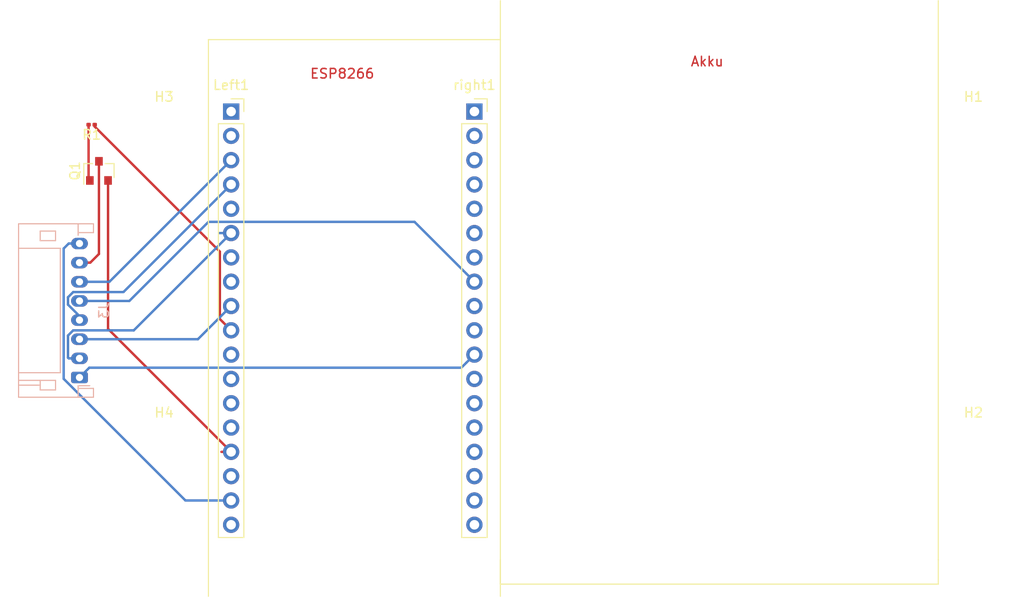
<source format=kicad_pcb>
(kicad_pcb (version 20171130) (host pcbnew "(5.1.5)-3")

  (general
    (thickness 1.6)
    (drawings 13)
    (tracks 47)
    (zones 0)
    (modules 9)
    (nets 39)
  )

  (page A4)
  (layers
    (0 F.Cu signal)
    (31 B.Cu signal)
    (32 B.Adhes user)
    (33 F.Adhes user)
    (34 B.Paste user)
    (35 F.Paste user)
    (36 B.SilkS user)
    (37 F.SilkS user)
    (38 B.Mask user)
    (39 F.Mask user)
    (40 Dwgs.User user)
    (41 Cmts.User user)
    (42 Eco1.User user)
    (43 Eco2.User user)
    (44 Edge.Cuts user)
    (45 Margin user)
    (46 B.CrtYd user)
    (47 F.CrtYd user)
    (48 B.Fab user)
    (49 F.Fab user)
  )

  (setup
    (last_trace_width 0.25)
    (trace_clearance 0.2)
    (zone_clearance 0.508)
    (zone_45_only no)
    (trace_min 0.2)
    (via_size 0.8)
    (via_drill 0.4)
    (via_min_size 0.4)
    (via_min_drill 0.3)
    (uvia_size 0.3)
    (uvia_drill 0.1)
    (uvias_allowed no)
    (uvia_min_size 0.2)
    (uvia_min_drill 0.1)
    (edge_width 0.05)
    (segment_width 0.2)
    (pcb_text_width 0.3)
    (pcb_text_size 1.5 1.5)
    (mod_edge_width 0.12)
    (mod_text_size 1 1)
    (mod_text_width 0.15)
    (pad_size 1.524 1.524)
    (pad_drill 0.762)
    (pad_to_mask_clearance 0.051)
    (solder_mask_min_width 0.25)
    (aux_axis_origin 0 0)
    (grid_origin 127 90.17)
    (visible_elements 7FFFFFFF)
    (pcbplotparams
      (layerselection 0x010fc_ffffffff)
      (usegerberextensions false)
      (usegerberattributes false)
      (usegerberadvancedattributes false)
      (creategerberjobfile false)
      (excludeedgelayer true)
      (linewidth 0.100000)
      (plotframeref false)
      (viasonmask false)
      (mode 1)
      (useauxorigin false)
      (hpglpennumber 1)
      (hpglpenspeed 20)
      (hpglpendiameter 15.000000)
      (psnegative false)
      (psa4output false)
      (plotreference true)
      (plotvalue true)
      (plotinvisibletext false)
      (padsonsilk false)
      (subtractmaskfromsilk false)
      (outputformat 1)
      (mirror false)
      (drillshape 1)
      (scaleselection 1)
      (outputdirectory ""))
  )

  (net 0 "")
  (net 1 "Net-(J3-Pad7)")
  (net 2 "Net-(Q1-Pad1)")
  (net 3 "Net-(J3-Pad1)")
  (net 4 "Net-(J3-Pad2)")
  (net 5 "Net-(J3-Pad3)")
  (net 6 "Net-(J3-Pad4)")
  (net 7 "Net-(J3-Pad5)")
  (net 8 "Net-(J3-Pad6)")
  (net 9 "Net-(J3-Pad8)")
  (net 10 "Net-(Left1-Pad18)")
  (net 11 "Net-(Left1-Pad16)")
  (net 12 "Net-(Left1-Pad15)")
  (net 13 "Net-(Left1-Pad14)")
  (net 14 "Net-(Left1-Pad13)")
  (net 15 "Net-(Left1-Pad12)")
  (net 16 "Net-(Left1-Pad11)")
  (net 17 "Net-(Left1-Pad10)")
  (net 18 "Net-(Left1-Pad8)")
  (net 19 "Net-(Left1-Pad7)")
  (net 20 "Net-(Left1-Pad5)")
  (net 21 "Net-(Left1-Pad2)")
  (net 22 "Net-(Left1-Pad1)")
  (net 23 "Net-(right1-Pad1)")
  (net 24 "Net-(right1-Pad2)")
  (net 25 "Net-(right1-Pad3)")
  (net 26 "Net-(right1-Pad4)")
  (net 27 "Net-(right1-Pad5)")
  (net 28 "Net-(right1-Pad6)")
  (net 29 "Net-(right1-Pad7)")
  (net 30 "Net-(right1-Pad9)")
  (net 31 "Net-(right1-Pad10)")
  (net 32 "Net-(right1-Pad12)")
  (net 33 "Net-(right1-Pad13)")
  (net 34 "Net-(right1-Pad14)")
  (net 35 "Net-(right1-Pad15)")
  (net 36 "Net-(right1-Pad16)")
  (net 37 "Net-(right1-Pad17)")
  (net 38 "Net-(right1-Pad18)")

  (net_class Default "This is the default net class."
    (clearance 0.2)
    (trace_width 0.25)
    (via_dia 0.8)
    (via_drill 0.4)
    (uvia_dia 0.3)
    (uvia_drill 0.1)
    (add_net "Net-(J3-Pad1)")
    (add_net "Net-(J3-Pad2)")
    (add_net "Net-(J3-Pad3)")
    (add_net "Net-(J3-Pad4)")
    (add_net "Net-(J3-Pad5)")
    (add_net "Net-(J3-Pad6)")
    (add_net "Net-(J3-Pad7)")
    (add_net "Net-(J3-Pad8)")
    (add_net "Net-(Left1-Pad1)")
    (add_net "Net-(Left1-Pad10)")
    (add_net "Net-(Left1-Pad11)")
    (add_net "Net-(Left1-Pad12)")
    (add_net "Net-(Left1-Pad13)")
    (add_net "Net-(Left1-Pad14)")
    (add_net "Net-(Left1-Pad15)")
    (add_net "Net-(Left1-Pad16)")
    (add_net "Net-(Left1-Pad18)")
    (add_net "Net-(Left1-Pad2)")
    (add_net "Net-(Left1-Pad5)")
    (add_net "Net-(Left1-Pad7)")
    (add_net "Net-(Left1-Pad8)")
    (add_net "Net-(Q1-Pad1)")
    (add_net "Net-(right1-Pad1)")
    (add_net "Net-(right1-Pad10)")
    (add_net "Net-(right1-Pad12)")
    (add_net "Net-(right1-Pad13)")
    (add_net "Net-(right1-Pad14)")
    (add_net "Net-(right1-Pad15)")
    (add_net "Net-(right1-Pad16)")
    (add_net "Net-(right1-Pad17)")
    (add_net "Net-(right1-Pad18)")
    (add_net "Net-(right1-Pad2)")
    (add_net "Net-(right1-Pad3)")
    (add_net "Net-(right1-Pad4)")
    (add_net "Net-(right1-Pad5)")
    (add_net "Net-(right1-Pad6)")
    (add_net "Net-(right1-Pad7)")
    (add_net "Net-(right1-Pad9)")
  )

  (module MountingHole:MountingHole_3mm (layer F.Cu) (tedit 56D1B4CB) (tstamp 5EA991BC)
    (at 167.5 75)
    (descr "Mounting Hole 3mm, no annular")
    (tags "mounting hole 3mm no annular")
    (path /5EA6E4AB)
    (attr virtual)
    (fp_text reference H1 (at 0 -4) (layer F.SilkS)
      (effects (font (size 1 1) (thickness 0.15)))
    )
    (fp_text value MountingHole (at 0 4) (layer F.Fab)
      (effects (font (size 1 1) (thickness 0.15)))
    )
    (fp_circle (center 0 0) (end 3.25 0) (layer F.CrtYd) (width 0.05))
    (fp_circle (center 0 0) (end 3 0) (layer Cmts.User) (width 0.15))
    (fp_text user %R (at 0.3 0) (layer F.Fab)
      (effects (font (size 1 1) (thickness 0.15)))
    )
    (pad 1 np_thru_hole circle (at 0 0) (size 3 3) (drill 3) (layers *.Cu *.Mask))
  )

  (module MountingHole:MountingHole_3mm (layer F.Cu) (tedit 56D1B4CB) (tstamp 5EA991C4)
    (at 167.5 108)
    (descr "Mounting Hole 3mm, no annular")
    (tags "mounting hole 3mm no annular")
    (path /5EA71128)
    (attr virtual)
    (fp_text reference H2 (at 0 -4) (layer F.SilkS)
      (effects (font (size 1 1) (thickness 0.15)))
    )
    (fp_text value MountingHole (at 0 4) (layer F.Fab)
      (effects (font (size 1 1) (thickness 0.15)))
    )
    (fp_circle (center 0 0) (end 3.25 0) (layer F.CrtYd) (width 0.05))
    (fp_circle (center 0 0) (end 3 0) (layer Cmts.User) (width 0.15))
    (fp_text user %R (at 0.3 0) (layer F.Fab)
      (effects (font (size 1 1) (thickness 0.15)))
    )
    (pad 1 np_thru_hole circle (at 0 0) (size 3 3) (drill 3) (layers *.Cu *.Mask))
  )

  (module MountingHole:MountingHole_3mm (layer F.Cu) (tedit 56D1B4CB) (tstamp 5EA991CC)
    (at 83 75)
    (descr "Mounting Hole 3mm, no annular")
    (tags "mounting hole 3mm no annular")
    (path /5EA71A35)
    (attr virtual)
    (fp_text reference H3 (at 0 -4) (layer F.SilkS)
      (effects (font (size 1 1) (thickness 0.15)))
    )
    (fp_text value MountingHole (at 0 4) (layer F.Fab)
      (effects (font (size 1 1) (thickness 0.15)))
    )
    (fp_text user %R (at 0.3 0) (layer F.Fab)
      (effects (font (size 1 1) (thickness 0.15)))
    )
    (fp_circle (center 0 0) (end 3 0) (layer Cmts.User) (width 0.15))
    (fp_circle (center 0 0) (end 3.25 0) (layer F.CrtYd) (width 0.05))
    (pad 1 np_thru_hole circle (at 0 0) (size 3 3) (drill 3) (layers *.Cu *.Mask))
  )

  (module MountingHole:MountingHole_3mm (layer F.Cu) (tedit 56D1B4CB) (tstamp 5EA991D4)
    (at 83 108)
    (descr "Mounting Hole 3mm, no annular")
    (tags "mounting hole 3mm no annular")
    (path /5EA70896)
    (attr virtual)
    (fp_text reference H4 (at 0 -4) (layer F.SilkS)
      (effects (font (size 1 1) (thickness 0.15)))
    )
    (fp_text value MountingHole (at 0 4) (layer F.Fab)
      (effects (font (size 1 1) (thickness 0.15)))
    )
    (fp_text user %R (at 0.3 0) (layer F.Fab)
      (effects (font (size 1 1) (thickness 0.15)))
    )
    (fp_circle (center 0 0) (end 3 0) (layer Cmts.User) (width 0.15))
    (fp_circle (center 0 0) (end 3.25 0) (layer F.CrtYd) (width 0.05))
    (pad 1 np_thru_hole circle (at 0 0) (size 3 3) (drill 3) (layers *.Cu *.Mask))
  )

  (module Connector_JST:JST_PH_S8B-PH-K_1x08_P2.00mm_Horizontal (layer B.Cu) (tedit 5B7745C6) (tstamp 5EA99209)
    (at 74.168 100.33 90)
    (descr "JST PH series connector, S8B-PH-K (http://www.jst-mfg.com/product/pdf/eng/ePH.pdf), generated with kicad-footprint-generator")
    (tags "connector JST PH top entry")
    (path /5E45F56D)
    (fp_text reference J3 (at 7 2.55 270) (layer B.SilkS)
      (effects (font (size 1 1) (thickness 0.15)) (justify mirror))
    )
    (fp_text value Conn_01x08 (at 7 -7.45 270) (layer B.Fab)
      (effects (font (size 1 1) (thickness 0.15)) (justify mirror))
    )
    (fp_line (start -0.86 -0.14) (end -1.14 -0.14) (layer B.SilkS) (width 0.12))
    (fp_line (start -1.14 -0.14) (end -1.14 1.46) (layer B.SilkS) (width 0.12))
    (fp_line (start -1.14 1.46) (end -2.06 1.46) (layer B.SilkS) (width 0.12))
    (fp_line (start -2.06 1.46) (end -2.06 -6.36) (layer B.SilkS) (width 0.12))
    (fp_line (start -2.06 -6.36) (end 16.06 -6.36) (layer B.SilkS) (width 0.12))
    (fp_line (start 16.06 -6.36) (end 16.06 1.46) (layer B.SilkS) (width 0.12))
    (fp_line (start 16.06 1.46) (end 15.14 1.46) (layer B.SilkS) (width 0.12))
    (fp_line (start 15.14 1.46) (end 15.14 -0.14) (layer B.SilkS) (width 0.12))
    (fp_line (start 15.14 -0.14) (end 14.86 -0.14) (layer B.SilkS) (width 0.12))
    (fp_line (start 0.5 -6.36) (end 0.5 -2) (layer B.SilkS) (width 0.12))
    (fp_line (start 0.5 -2) (end 13.5 -2) (layer B.SilkS) (width 0.12))
    (fp_line (start 13.5 -2) (end 13.5 -6.36) (layer B.SilkS) (width 0.12))
    (fp_line (start -2.06 -0.14) (end -1.14 -0.14) (layer B.SilkS) (width 0.12))
    (fp_line (start 16.06 -0.14) (end 15.14 -0.14) (layer B.SilkS) (width 0.12))
    (fp_line (start -1.3 -2.5) (end -1.3 -4.1) (layer B.SilkS) (width 0.12))
    (fp_line (start -1.3 -4.1) (end -0.3 -4.1) (layer B.SilkS) (width 0.12))
    (fp_line (start -0.3 -4.1) (end -0.3 -2.5) (layer B.SilkS) (width 0.12))
    (fp_line (start -0.3 -2.5) (end -1.3 -2.5) (layer B.SilkS) (width 0.12))
    (fp_line (start 15.3 -2.5) (end 15.3 -4.1) (layer B.SilkS) (width 0.12))
    (fp_line (start 15.3 -4.1) (end 14.3 -4.1) (layer B.SilkS) (width 0.12))
    (fp_line (start 14.3 -4.1) (end 14.3 -2.5) (layer B.SilkS) (width 0.12))
    (fp_line (start 14.3 -2.5) (end 15.3 -2.5) (layer B.SilkS) (width 0.12))
    (fp_line (start -0.3 -4.1) (end -0.3 -6.36) (layer B.SilkS) (width 0.12))
    (fp_line (start -0.8 -4.1) (end -0.8 -6.36) (layer B.SilkS) (width 0.12))
    (fp_line (start -2.45 1.85) (end -2.45 -6.75) (layer B.CrtYd) (width 0.05))
    (fp_line (start -2.45 -6.75) (end 16.45 -6.75) (layer B.CrtYd) (width 0.05))
    (fp_line (start 16.45 -6.75) (end 16.45 1.85) (layer B.CrtYd) (width 0.05))
    (fp_line (start 16.45 1.85) (end -2.45 1.85) (layer B.CrtYd) (width 0.05))
    (fp_line (start -1.25 -0.25) (end -1.25 1.35) (layer B.Fab) (width 0.1))
    (fp_line (start -1.25 1.35) (end -1.95 1.35) (layer B.Fab) (width 0.1))
    (fp_line (start -1.95 1.35) (end -1.95 -6.25) (layer B.Fab) (width 0.1))
    (fp_line (start -1.95 -6.25) (end 15.95 -6.25) (layer B.Fab) (width 0.1))
    (fp_line (start 15.95 -6.25) (end 15.95 1.35) (layer B.Fab) (width 0.1))
    (fp_line (start 15.95 1.35) (end 15.25 1.35) (layer B.Fab) (width 0.1))
    (fp_line (start 15.25 1.35) (end 15.25 -0.25) (layer B.Fab) (width 0.1))
    (fp_line (start 15.25 -0.25) (end -1.25 -0.25) (layer B.Fab) (width 0.1))
    (fp_line (start -0.86 -0.14) (end -0.86 1.075) (layer B.SilkS) (width 0.12))
    (fp_line (start 0 -0.875) (end -0.5 -1.375) (layer B.Fab) (width 0.1))
    (fp_line (start -0.5 -1.375) (end 0.5 -1.375) (layer B.Fab) (width 0.1))
    (fp_line (start 0.5 -1.375) (end 0 -0.875) (layer B.Fab) (width 0.1))
    (fp_text user %R (at 7 -2.5 270) (layer B.Fab)
      (effects (font (size 1 1) (thickness 0.15)) (justify mirror))
    )
    (pad 1 thru_hole roundrect (at 0 0 90) (size 1.2 1.75) (drill 0.75) (layers *.Cu *.Mask) (roundrect_rratio 0.208333)
      (net 3 "Net-(J3-Pad1)"))
    (pad 2 thru_hole oval (at 2 0 90) (size 1.2 1.75) (drill 0.75) (layers *.Cu *.Mask)
      (net 4 "Net-(J3-Pad2)"))
    (pad 3 thru_hole oval (at 4 0 90) (size 1.2 1.75) (drill 0.75) (layers *.Cu *.Mask)
      (net 5 "Net-(J3-Pad3)"))
    (pad 4 thru_hole oval (at 6 0 90) (size 1.2 1.75) (drill 0.75) (layers *.Cu *.Mask)
      (net 6 "Net-(J3-Pad4)"))
    (pad 5 thru_hole oval (at 8 0 90) (size 1.2 1.75) (drill 0.75) (layers *.Cu *.Mask)
      (net 7 "Net-(J3-Pad5)"))
    (pad 6 thru_hole oval (at 10 0 90) (size 1.2 1.75) (drill 0.75) (layers *.Cu *.Mask)
      (net 8 "Net-(J3-Pad6)"))
    (pad 7 thru_hole oval (at 12 0 90) (size 1.2 1.75) (drill 0.75) (layers *.Cu *.Mask)
      (net 1 "Net-(J3-Pad7)"))
    (pad 8 thru_hole oval (at 14 0 90) (size 1.2 1.75) (drill 0.75) (layers *.Cu *.Mask)
      (net 9 "Net-(J3-Pad8)"))
    (model ${KISYS3DMOD}/Connector_JST.3dshapes/JST_PH_S8B-PH-K_1x08_P2.00mm_Horizontal.wrl
      (at (xyz 0 0 0))
      (scale (xyz 1 1 1))
      (rotate (xyz 0 0 0))
    )
  )

  (module Connector_PinSocket_2.54mm:PinSocket_1x18_P2.54mm_Vertical (layer F.Cu) (tedit 5A19A434) (tstamp 5EA9922F)
    (at 90 72.54)
    (descr "Through hole straight socket strip, 1x18, 2.54mm pitch, single row (from Kicad 4.0.7), script generated")
    (tags "Through hole socket strip THT 1x18 2.54mm single row")
    (path /5E5313C0)
    (fp_text reference Left1 (at 0 -2.77) (layer F.SilkS)
      (effects (font (size 1 1) (thickness 0.15)))
    )
    (fp_text value Conn_01x18_Female (at 0 45.95) (layer F.Fab)
      (effects (font (size 1 1) (thickness 0.15)))
    )
    (fp_line (start -1.27 -1.27) (end 0.635 -1.27) (layer F.Fab) (width 0.1))
    (fp_line (start 0.635 -1.27) (end 1.27 -0.635) (layer F.Fab) (width 0.1))
    (fp_line (start 1.27 -0.635) (end 1.27 44.45) (layer F.Fab) (width 0.1))
    (fp_line (start 1.27 44.45) (end -1.27 44.45) (layer F.Fab) (width 0.1))
    (fp_line (start -1.27 44.45) (end -1.27 -1.27) (layer F.Fab) (width 0.1))
    (fp_line (start -1.33 1.27) (end 1.33 1.27) (layer F.SilkS) (width 0.12))
    (fp_line (start -1.33 1.27) (end -1.33 44.51) (layer F.SilkS) (width 0.12))
    (fp_line (start -1.33 44.51) (end 1.33 44.51) (layer F.SilkS) (width 0.12))
    (fp_line (start 1.33 1.27) (end 1.33 44.51) (layer F.SilkS) (width 0.12))
    (fp_line (start 1.33 -1.33) (end 1.33 0) (layer F.SilkS) (width 0.12))
    (fp_line (start 0 -1.33) (end 1.33 -1.33) (layer F.SilkS) (width 0.12))
    (fp_line (start -1.8 -1.8) (end 1.75 -1.8) (layer F.CrtYd) (width 0.05))
    (fp_line (start 1.75 -1.8) (end 1.75 44.95) (layer F.CrtYd) (width 0.05))
    (fp_line (start 1.75 44.95) (end -1.8 44.95) (layer F.CrtYd) (width 0.05))
    (fp_line (start -1.8 44.95) (end -1.8 -1.8) (layer F.CrtYd) (width 0.05))
    (fp_text user %R (at 0 21.59 90) (layer F.Fab)
      (effects (font (size 1 1) (thickness 0.15)))
    )
    (pad 1 thru_hole rect (at 0 0) (size 1.7 1.7) (drill 1) (layers *.Cu *.Mask)
      (net 22 "Net-(Left1-Pad1)"))
    (pad 2 thru_hole oval (at 0 2.54) (size 1.7 1.7) (drill 1) (layers *.Cu *.Mask)
      (net 21 "Net-(Left1-Pad2)"))
    (pad 3 thru_hole oval (at 0 5.08) (size 1.7 1.7) (drill 1) (layers *.Cu *.Mask)
      (net 8 "Net-(J3-Pad6)"))
    (pad 4 thru_hole oval (at 0 7.62) (size 1.7 1.7) (drill 1) (layers *.Cu *.Mask)
      (net 6 "Net-(J3-Pad4)"))
    (pad 5 thru_hole oval (at 0 10.16) (size 1.7 1.7) (drill 1) (layers *.Cu *.Mask)
      (net 20 "Net-(Left1-Pad5)"))
    (pad 6 thru_hole oval (at 0 12.7) (size 1.7 1.7) (drill 1) (layers *.Cu *.Mask)
      (net 4 "Net-(J3-Pad2)"))
    (pad 7 thru_hole oval (at 0 15.24) (size 1.7 1.7) (drill 1) (layers *.Cu *.Mask)
      (net 19 "Net-(Left1-Pad7)"))
    (pad 8 thru_hole oval (at 0 17.78) (size 1.7 1.7) (drill 1) (layers *.Cu *.Mask)
      (net 18 "Net-(Left1-Pad8)"))
    (pad 9 thru_hole oval (at 0 20.32) (size 1.7 1.7) (drill 1) (layers *.Cu *.Mask)
      (net 5 "Net-(J3-Pad3)"))
    (pad 10 thru_hole oval (at 0 22.86) (size 1.7 1.7) (drill 1) (layers *.Cu *.Mask)
      (net 17 "Net-(Left1-Pad10)"))
    (pad 11 thru_hole oval (at 0 25.4) (size 1.7 1.7) (drill 1) (layers *.Cu *.Mask)
      (net 16 "Net-(Left1-Pad11)"))
    (pad 12 thru_hole oval (at 0 27.94) (size 1.7 1.7) (drill 1) (layers *.Cu *.Mask)
      (net 15 "Net-(Left1-Pad12)"))
    (pad 13 thru_hole oval (at 0 30.48) (size 1.7 1.7) (drill 1) (layers *.Cu *.Mask)
      (net 14 "Net-(Left1-Pad13)"))
    (pad 14 thru_hole oval (at 0 33.02) (size 1.7 1.7) (drill 1) (layers *.Cu *.Mask)
      (net 13 "Net-(Left1-Pad14)"))
    (pad 15 thru_hole oval (at 0 35.56) (size 1.7 1.7) (drill 1) (layers *.Cu *.Mask)
      (net 12 "Net-(Left1-Pad15)"))
    (pad 16 thru_hole oval (at 0 38.1) (size 1.7 1.7) (drill 1) (layers *.Cu *.Mask)
      (net 11 "Net-(Left1-Pad16)"))
    (pad 17 thru_hole oval (at 0 40.64) (size 1.7 1.7) (drill 1) (layers *.Cu *.Mask)
      (net 9 "Net-(J3-Pad8)"))
    (pad 18 thru_hole oval (at 0 43.18) (size 1.7 1.7) (drill 1) (layers *.Cu *.Mask)
      (net 10 "Net-(Left1-Pad18)"))
    (model ${KISYS3DMOD}/Connector_PinSocket_2.54mm.3dshapes/PinSocket_1x18_P2.54mm_Vertical.wrl
      (at (xyz 0 0 0))
      (scale (xyz 1 1 1))
      (rotate (xyz 0 0 0))
    )
  )

  (module Package_TO_SOT_SMD:SOT-23 (layer F.Cu) (tedit 5A02FF57) (tstamp 5EA99244)
    (at 76.2 78.74 90)
    (descr "SOT-23, Standard")
    (tags SOT-23)
    (path /5E4393A1)
    (attr smd)
    (fp_text reference Q1 (at 0 -2.5 90) (layer F.SilkS)
      (effects (font (size 1 1) (thickness 0.15)))
    )
    (fp_text value 2N7002K (at 0 2.5 90) (layer F.Fab)
      (effects (font (size 1 1) (thickness 0.15)))
    )
    (fp_text user %R (at 0 0 180) (layer F.Fab)
      (effects (font (size 0.5 0.5) (thickness 0.075)))
    )
    (fp_line (start -0.7 -0.95) (end -0.7 1.5) (layer F.Fab) (width 0.1))
    (fp_line (start -0.15 -1.52) (end 0.7 -1.52) (layer F.Fab) (width 0.1))
    (fp_line (start -0.7 -0.95) (end -0.15 -1.52) (layer F.Fab) (width 0.1))
    (fp_line (start 0.7 -1.52) (end 0.7 1.52) (layer F.Fab) (width 0.1))
    (fp_line (start -0.7 1.52) (end 0.7 1.52) (layer F.Fab) (width 0.1))
    (fp_line (start 0.76 1.58) (end 0.76 0.65) (layer F.SilkS) (width 0.12))
    (fp_line (start 0.76 -1.58) (end 0.76 -0.65) (layer F.SilkS) (width 0.12))
    (fp_line (start -1.7 -1.75) (end 1.7 -1.75) (layer F.CrtYd) (width 0.05))
    (fp_line (start 1.7 -1.75) (end 1.7 1.75) (layer F.CrtYd) (width 0.05))
    (fp_line (start 1.7 1.75) (end -1.7 1.75) (layer F.CrtYd) (width 0.05))
    (fp_line (start -1.7 1.75) (end -1.7 -1.75) (layer F.CrtYd) (width 0.05))
    (fp_line (start 0.76 -1.58) (end -1.4 -1.58) (layer F.SilkS) (width 0.12))
    (fp_line (start 0.76 1.58) (end -0.7 1.58) (layer F.SilkS) (width 0.12))
    (pad 1 smd rect (at -1 -0.95 90) (size 0.9 0.8) (layers F.Cu F.Paste F.Mask)
      (net 2 "Net-(Q1-Pad1)"))
    (pad 2 smd rect (at -1 0.95 90) (size 0.9 0.8) (layers F.Cu F.Paste F.Mask)
      (net 12 "Net-(Left1-Pad15)"))
    (pad 3 smd rect (at 1 0 90) (size 0.9 0.8) (layers F.Cu F.Paste F.Mask)
      (net 1 "Net-(J3-Pad7)"))
    (model ${KISYS3DMOD}/Package_TO_SOT_SMD.3dshapes/SOT-23.wrl
      (at (xyz 0 0 0))
      (scale (xyz 1 1 1))
      (rotate (xyz 0 0 0))
    )
  )

  (module Resistor_SMD:R_0201_0603Metric (layer F.Cu) (tedit 5B301BBD) (tstamp 5EA99255)
    (at 75.438 73.914 180)
    (descr "Resistor SMD 0201 (0603 Metric), square (rectangular) end terminal, IPC_7351 nominal, (Body size source: https://www.vishay.com/docs/20052/crcw0201e3.pdf), generated with kicad-footprint-generator")
    (tags resistor)
    (path /5EA9AC1D)
    (attr smd)
    (fp_text reference R1 (at 0 -1.05) (layer F.SilkS)
      (effects (font (size 1 1) (thickness 0.15)))
    )
    (fp_text value R (at 0 1.05) (layer F.Fab)
      (effects (font (size 1 1) (thickness 0.15)))
    )
    (fp_line (start -0.3 0.15) (end -0.3 -0.15) (layer F.Fab) (width 0.1))
    (fp_line (start -0.3 -0.15) (end 0.3 -0.15) (layer F.Fab) (width 0.1))
    (fp_line (start 0.3 -0.15) (end 0.3 0.15) (layer F.Fab) (width 0.1))
    (fp_line (start 0.3 0.15) (end -0.3 0.15) (layer F.Fab) (width 0.1))
    (fp_line (start -0.7 0.35) (end -0.7 -0.35) (layer F.CrtYd) (width 0.05))
    (fp_line (start -0.7 -0.35) (end 0.7 -0.35) (layer F.CrtYd) (width 0.05))
    (fp_line (start 0.7 -0.35) (end 0.7 0.35) (layer F.CrtYd) (width 0.05))
    (fp_line (start 0.7 0.35) (end -0.7 0.35) (layer F.CrtYd) (width 0.05))
    (fp_text user %R (at 0 -0.68) (layer F.Fab)
      (effects (font (size 0.25 0.25) (thickness 0.04)))
    )
    (pad "" smd roundrect (at -0.345 0 180) (size 0.318 0.36) (layers F.Paste) (roundrect_rratio 0.25))
    (pad "" smd roundrect (at 0.345 0 180) (size 0.318 0.36) (layers F.Paste) (roundrect_rratio 0.25))
    (pad 1 smd roundrect (at -0.32 0 180) (size 0.46 0.4) (layers F.Cu F.Mask) (roundrect_rratio 0.25)
      (net 17 "Net-(Left1-Pad10)"))
    (pad 2 smd roundrect (at 0.32 0 180) (size 0.46 0.4) (layers F.Cu F.Mask) (roundrect_rratio 0.25)
      (net 2 "Net-(Q1-Pad1)"))
    (model ${KISYS3DMOD}/Resistor_SMD.3dshapes/R_0201_0603Metric.wrl
      (at (xyz 0 0 0))
      (scale (xyz 1 1 1))
      (rotate (xyz 0 0 0))
    )
  )

  (module Connector_PinSocket_2.54mm:PinSocket_1x18_P2.54mm_Vertical (layer F.Cu) (tedit 5A19A434) (tstamp 5EA9927B)
    (at 115.4 72.54)
    (descr "Through hole straight socket strip, 1x18, 2.54mm pitch, single row (from Kicad 4.0.7), script generated")
    (tags "Through hole socket strip THT 1x18 2.54mm single row")
    (path /5E42C3F6)
    (fp_text reference right1 (at 0 -2.77) (layer F.SilkS)
      (effects (font (size 1 1) (thickness 0.15)))
    )
    (fp_text value Conn_01x18_Female (at 0 45.95) (layer F.Fab)
      (effects (font (size 1 1) (thickness 0.15)))
    )
    (fp_text user %R (at 0 21.59 90) (layer F.Fab)
      (effects (font (size 1 1) (thickness 0.15)))
    )
    (fp_line (start -1.8 44.95) (end -1.8 -1.8) (layer F.CrtYd) (width 0.05))
    (fp_line (start 1.75 44.95) (end -1.8 44.95) (layer F.CrtYd) (width 0.05))
    (fp_line (start 1.75 -1.8) (end 1.75 44.95) (layer F.CrtYd) (width 0.05))
    (fp_line (start -1.8 -1.8) (end 1.75 -1.8) (layer F.CrtYd) (width 0.05))
    (fp_line (start 0 -1.33) (end 1.33 -1.33) (layer F.SilkS) (width 0.12))
    (fp_line (start 1.33 -1.33) (end 1.33 0) (layer F.SilkS) (width 0.12))
    (fp_line (start 1.33 1.27) (end 1.33 44.51) (layer F.SilkS) (width 0.12))
    (fp_line (start -1.33 44.51) (end 1.33 44.51) (layer F.SilkS) (width 0.12))
    (fp_line (start -1.33 1.27) (end -1.33 44.51) (layer F.SilkS) (width 0.12))
    (fp_line (start -1.33 1.27) (end 1.33 1.27) (layer F.SilkS) (width 0.12))
    (fp_line (start -1.27 44.45) (end -1.27 -1.27) (layer F.Fab) (width 0.1))
    (fp_line (start 1.27 44.45) (end -1.27 44.45) (layer F.Fab) (width 0.1))
    (fp_line (start 1.27 -0.635) (end 1.27 44.45) (layer F.Fab) (width 0.1))
    (fp_line (start 0.635 -1.27) (end 1.27 -0.635) (layer F.Fab) (width 0.1))
    (fp_line (start -1.27 -1.27) (end 0.635 -1.27) (layer F.Fab) (width 0.1))
    (pad 18 thru_hole oval (at 0 43.18) (size 1.7 1.7) (drill 1) (layers *.Cu *.Mask)
      (net 38 "Net-(right1-Pad18)"))
    (pad 17 thru_hole oval (at 0 40.64) (size 1.7 1.7) (drill 1) (layers *.Cu *.Mask)
      (net 37 "Net-(right1-Pad17)"))
    (pad 16 thru_hole oval (at 0 38.1) (size 1.7 1.7) (drill 1) (layers *.Cu *.Mask)
      (net 36 "Net-(right1-Pad16)"))
    (pad 15 thru_hole oval (at 0 35.56) (size 1.7 1.7) (drill 1) (layers *.Cu *.Mask)
      (net 35 "Net-(right1-Pad15)"))
    (pad 14 thru_hole oval (at 0 33.02) (size 1.7 1.7) (drill 1) (layers *.Cu *.Mask)
      (net 34 "Net-(right1-Pad14)"))
    (pad 13 thru_hole oval (at 0 30.48) (size 1.7 1.7) (drill 1) (layers *.Cu *.Mask)
      (net 33 "Net-(right1-Pad13)"))
    (pad 12 thru_hole oval (at 0 27.94) (size 1.7 1.7) (drill 1) (layers *.Cu *.Mask)
      (net 32 "Net-(right1-Pad12)"))
    (pad 11 thru_hole oval (at 0 25.4) (size 1.7 1.7) (drill 1) (layers *.Cu *.Mask)
      (net 3 "Net-(J3-Pad1)"))
    (pad 10 thru_hole oval (at 0 22.86) (size 1.7 1.7) (drill 1) (layers *.Cu *.Mask)
      (net 31 "Net-(right1-Pad10)"))
    (pad 9 thru_hole oval (at 0 20.32) (size 1.7 1.7) (drill 1) (layers *.Cu *.Mask)
      (net 30 "Net-(right1-Pad9)"))
    (pad 8 thru_hole oval (at 0 17.78) (size 1.7 1.7) (drill 1) (layers *.Cu *.Mask)
      (net 7 "Net-(J3-Pad5)"))
    (pad 7 thru_hole oval (at 0 15.24) (size 1.7 1.7) (drill 1) (layers *.Cu *.Mask)
      (net 29 "Net-(right1-Pad7)"))
    (pad 6 thru_hole oval (at 0 12.7) (size 1.7 1.7) (drill 1) (layers *.Cu *.Mask)
      (net 28 "Net-(right1-Pad6)"))
    (pad 5 thru_hole oval (at 0 10.16) (size 1.7 1.7) (drill 1) (layers *.Cu *.Mask)
      (net 27 "Net-(right1-Pad5)"))
    (pad 4 thru_hole oval (at 0 7.62) (size 1.7 1.7) (drill 1) (layers *.Cu *.Mask)
      (net 26 "Net-(right1-Pad4)"))
    (pad 3 thru_hole oval (at 0 5.08) (size 1.7 1.7) (drill 1) (layers *.Cu *.Mask)
      (net 25 "Net-(right1-Pad3)"))
    (pad 2 thru_hole oval (at 0 2.54) (size 1.7 1.7) (drill 1) (layers *.Cu *.Mask)
      (net 24 "Net-(right1-Pad2)"))
    (pad 1 thru_hole rect (at 0 0) (size 1.7 1.7) (drill 1) (layers *.Cu *.Mask)
      (net 23 "Net-(right1-Pad1)"))
    (model ${KISYS3DMOD}/Connector_PinSocket_2.54mm.3dshapes/PinSocket_1x18_P2.54mm_Vertical.wrl
      (at (xyz 0 0 0))
      (scale (xyz 1 1 1))
      (rotate (xyz 0 0 0))
    )
  )

  (gr_line (start 87.63 65.024) (end 118.11 65.024) (layer F.SilkS) (width 0.12))
  (gr_line (start 163.83 121.92) (end 163.83 119.38) (layer F.SilkS) (width 0.12) (tstamp 5EA9A819))
  (gr_line (start 118.11 119.38) (end 118.11 121.92) (layer F.SilkS) (width 0.12) (tstamp 5EA9A818))
  (gr_line (start 66.04 123.19) (end 172.72 123.19) (layer Margin) (width 0.15) (tstamp 5EA9A758))
  (gr_line (start 172.72 60.96) (end 66.04 60.96) (layer Margin) (width 0.15) (tstamp 5EA9A757))
  (gr_line (start 66.04 123.19) (end 66.04 60.96) (layer Margin) (width 0.15))
  (gr_line (start 172.72 60.96) (end 172.72 123.19) (layer Margin) (width 0.15))
  (gr_text Akku (at 139.7 67.31) (layer F.Cu)
    (effects (font (size 1 1) (thickness 0.15)))
  )
  (gr_line (start 163.83 121.92) (end 118.11 121.92) (layer F.SilkS) (width 0.12) (tstamp 5EA9A2AF))
  (gr_line (start 163.83 60.96) (end 163.83 119.38) (layer F.SilkS) (width 0.12))
  (gr_text ESP8266 (at 101.6 68.58) (layer F.Cu)
    (effects (font (size 1 1) (thickness 0.15)))
  )
  (gr_line (start 118.11 123.19) (end 118.11 60.96) (layer F.SilkS) (width 0.12))
  (gr_line (start 87.63 65.024) (end 87.63 123.19) (layer F.SilkS) (width 0.12))

  (segment (start 76.2 87.423) (end 75.293 88.33) (width 0.25) (layer F.Cu) (net 1))
  (segment (start 75.293 88.33) (end 74.168 88.33) (width 0.25) (layer F.Cu) (net 1))
  (segment (start 76.2 77.74) (end 76.2 87.423) (width 0.25) (layer F.Cu) (net 1))
  (segment (start 75.118 79.608) (end 75.25 79.74) (width 0.25) (layer F.Cu) (net 2))
  (segment (start 75.118 73.914) (end 75.118 79.608) (width 0.25) (layer F.Cu) (net 2))
  (segment (start 114.035001 99.304999) (end 114.550001 98.789999) (width 0.25) (layer B.Cu) (net 3))
  (segment (start 75.193001 99.304999) (end 114.035001 99.304999) (width 0.25) (layer B.Cu) (net 3))
  (segment (start 114.550001 98.789999) (end 115.4 97.94) (width 0.25) (layer B.Cu) (net 3))
  (segment (start 74.168 100.33) (end 75.193001 99.304999) (width 0.25) (layer B.Cu) (net 3))
  (segment (start 88.797919 85.24) (end 90 85.24) (width 0.25) (layer B.Cu) (net 4))
  (segment (start 89.150001 86.089999) (end 90 85.24) (width 0.25) (layer B.Cu) (net 4))
  (segment (start 79.83501 95.40499) (end 89.150001 86.089999) (width 0.25) (layer B.Cu) (net 4))
  (segment (start 73.509849 95.40499) (end 79.83501 95.40499) (width 0.25) (layer B.Cu) (net 4))
  (segment (start 72.96799 95.946849) (end 73.509849 95.40499) (width 0.25) (layer B.Cu) (net 4))
  (segment (start 72.96799 98.25499) (end 72.96799 95.946849) (width 0.25) (layer B.Cu) (net 4))
  (segment (start 73.043 98.33) (end 72.96799 98.25499) (width 0.25) (layer B.Cu) (net 4))
  (segment (start 74.168 98.33) (end 73.043 98.33) (width 0.25) (layer B.Cu) (net 4))
  (segment (start 89.96 92.9) (end 90 92.86) (width 0.25) (layer F.Cu) (net 5))
  (segment (start 86.53 96.33) (end 90 92.86) (width 0.25) (layer B.Cu) (net 5))
  (segment (start 74.168 96.33) (end 86.53 96.33) (width 0.25) (layer B.Cu) (net 5))
  (segment (start 89.150001 81.009999) (end 90 80.16) (width 0.25) (layer B.Cu) (net 6))
  (segment (start 78.75501 91.40499) (end 89.150001 81.009999) (width 0.25) (layer B.Cu) (net 6))
  (segment (start 73.509849 91.40499) (end 78.75501 91.40499) (width 0.25) (layer B.Cu) (net 6))
  (segment (start 72.96799 91.946849) (end 73.509849 91.40499) (width 0.25) (layer B.Cu) (net 6))
  (segment (start 72.96799 92.713151) (end 72.96799 91.946849) (width 0.25) (layer B.Cu) (net 6))
  (segment (start 74.584839 94.33) (end 72.96799 92.713151) (width 0.25) (layer B.Cu) (net 6))
  (segment (start 74.168 94.33) (end 74.584839 94.33) (width 0.25) (layer B.Cu) (net 6))
  (segment (start 74.168 92.33) (end 79.374 92.33) (width 0.25) (layer B.Cu) (net 7))
  (segment (start 114.550001 89.470001) (end 115.4 90.32) (width 0.25) (layer B.Cu) (net 7))
  (segment (start 109.144999 84.064999) (end 114.550001 89.470001) (width 0.25) (layer B.Cu) (net 7))
  (segment (start 87.639001 84.064999) (end 109.144999 84.064999) (width 0.25) (layer B.Cu) (net 7))
  (segment (start 79.374 92.33) (end 87.639001 84.064999) (width 0.25) (layer B.Cu) (net 7))
  (segment (start 77.29 90.33) (end 90 77.62) (width 0.25) (layer B.Cu) (net 8))
  (segment (start 74.168 90.33) (end 77.29 90.33) (width 0.25) (layer B.Cu) (net 8))
  (segment (start 73.043 86.33) (end 74.168 86.33) (width 0.25) (layer B.Cu) (net 9))
  (segment (start 72.51798 86.85502) (end 73.043 86.33) (width 0.25) (layer B.Cu) (net 9))
  (segment (start 72.51798 100.46817) (end 72.51798 86.85502) (width 0.25) (layer B.Cu) (net 9))
  (segment (start 85.22981 113.18) (end 72.51798 100.46817) (width 0.25) (layer B.Cu) (net 9))
  (segment (start 90 113.18) (end 85.22981 113.18) (width 0.25) (layer B.Cu) (net 9))
  (segment (start 88.99 108.1) (end 90 108.1) (width 0.25) (layer F.Cu) (net 12))
  (segment (start 77.15 95.25) (end 77.15 79.74) (width 0.25) (layer F.Cu) (net 12))
  (segment (start 90 108.1) (end 77.15 95.25) (width 0.25) (layer F.Cu) (net 12))
  (segment (start 88.824999 87.180999) (end 88.824999 94.224999) (width 0.25) (layer F.Cu) (net 17))
  (segment (start 89.150001 94.550001) (end 90 95.4) (width 0.25) (layer F.Cu) (net 17))
  (segment (start 75.758 74.114) (end 88.824999 87.180999) (width 0.25) (layer F.Cu) (net 17))
  (segment (start 88.824999 94.224999) (end 89.150001 94.550001) (width 0.25) (layer F.Cu) (net 17))
  (segment (start 75.758 73.914) (end 75.758 74.114) (width 0.25) (layer F.Cu) (net 17))

)

</source>
